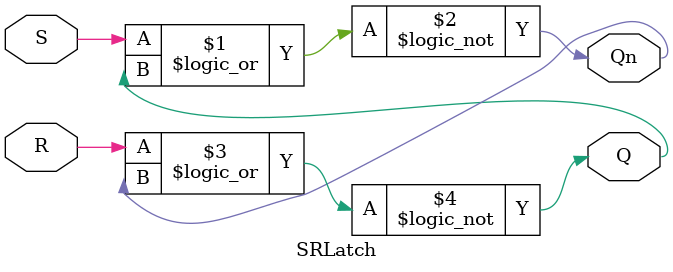
<source format=v>
module SRLatch(
   output Q, Qn,
   input S, R
);
   assign Qn = !(S || Q);
   assign Q = !(R || Qn);
endmodule

</source>
